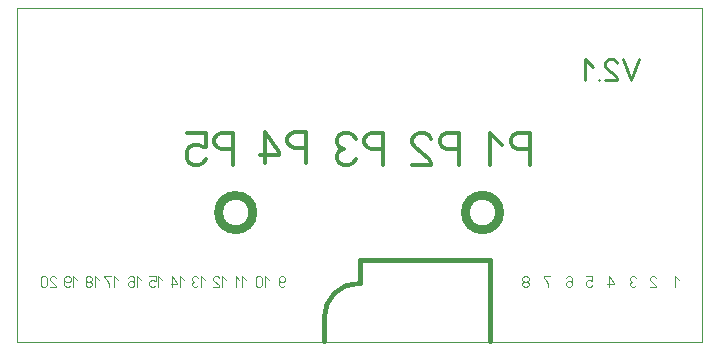
<source format=gbr>
%FSLAX34Y34*%
%MOMM*%
%LNSILK_BOTTOM_*%
G71*
G01*
%ADD10C, 0.00*%
%ADD11C, 0.40*%
%ADD12C, 0.11*%
%ADD13C, 0.80*%
%ADD14C, 0.33*%
%ADD15C, 0.21*%
%ADD16C, 0.22*%
%LPD*%
G54D10*
X-580000Y283000D02*
X0Y283000D01*
X0Y0D01*
X-580000Y0D01*
X-580000Y283000D01*
G54D11*
X-180000Y70000D02*
X-180000Y1000D01*
X-180000Y70000D01*
X-290000Y70000D01*
X-290000Y50000D01*
G54D11*
X-320000Y1000D02*
X-320000Y21000D01*
G54D11*
G75*
G01X-291000Y50000D02*
G03X-320000Y21000I0J-29000D01*
G01*
G54D12*
X-20000Y52556D02*
X-23333Y55889D01*
X-23333Y47000D01*
G54D12*
X-44333Y47000D02*
X-39000Y47000D01*
X-39000Y47556D01*
X-39667Y48667D01*
X-43667Y52000D01*
X-44333Y53111D01*
X-44333Y54222D01*
X-43667Y55333D01*
X-42333Y55889D01*
X-41000Y55889D01*
X-39667Y55333D01*
X-39000Y54222D01*
G54D12*
X-56000Y54222D02*
X-56667Y55333D01*
X-58000Y55889D01*
X-59333Y55889D01*
X-60667Y55333D01*
X-61333Y54222D01*
X-61333Y53111D01*
X-60667Y52000D01*
X-59333Y51444D01*
X-60667Y50889D01*
X-61333Y49778D01*
X-61333Y48667D01*
X-60667Y47556D01*
X-59333Y47000D01*
X-58000Y47000D01*
X-56667Y47556D01*
X-56000Y48667D01*
G54D12*
X-79000Y47000D02*
X-79000Y55889D01*
X-75000Y50333D01*
X-75000Y49222D01*
X-80333Y49222D01*
G54D12*
X-98333Y55889D02*
X-93000Y55889D01*
X-93000Y52000D01*
X-93667Y52000D01*
X-95000Y52556D01*
X-96333Y52556D01*
X-97667Y52000D01*
X-98333Y50889D01*
X-98333Y48667D01*
X-97667Y47556D01*
X-96333Y47000D01*
X-95000Y47000D01*
X-93667Y47556D01*
X-93000Y48667D01*
G54D12*
X-115333Y54222D02*
X-114667Y55333D01*
X-113333Y55889D01*
X-112000Y55889D01*
X-110667Y55333D01*
X-110000Y54222D01*
X-110000Y51444D01*
X-110000Y50889D01*
X-112000Y52000D01*
X-113333Y52000D01*
X-114667Y51444D01*
X-115333Y50333D01*
X-115333Y48667D01*
X-114667Y47556D01*
X-113333Y47000D01*
X-112000Y47000D01*
X-110667Y47556D01*
X-110000Y48667D01*
X-110000Y51444D01*
G54D12*
X-129000Y55889D02*
X-134333Y55889D01*
X-133667Y54778D01*
X-132333Y53111D01*
X-131000Y50889D01*
X-130333Y49222D01*
X-130333Y47000D01*
G54D12*
X-150333Y51444D02*
X-149000Y51444D01*
X-147667Y52000D01*
X-147000Y53111D01*
X-147000Y54222D01*
X-147667Y55333D01*
X-149000Y55889D01*
X-150333Y55889D01*
X-151667Y55333D01*
X-152333Y54222D01*
X-152333Y53111D01*
X-151667Y52000D01*
X-150333Y51444D01*
X-151667Y50889D01*
X-152333Y49778D01*
X-152333Y48667D01*
X-151667Y47556D01*
X-150333Y47000D01*
X-149000Y47000D01*
X-147667Y47556D01*
X-147000Y48667D01*
X-147000Y49778D01*
X-147667Y50889D01*
X-149000Y51444D01*
G54D12*
X-353000Y48667D02*
X-353667Y47556D01*
X-355000Y47000D01*
X-356333Y47000D01*
X-357667Y47556D01*
X-358333Y48667D01*
X-358333Y51444D01*
X-358333Y52000D01*
X-356333Y50889D01*
X-355000Y50889D01*
X-353667Y51444D01*
X-353000Y52556D01*
X-353000Y54222D01*
X-353667Y55333D01*
X-355000Y55889D01*
X-356333Y55889D01*
X-357667Y55333D01*
X-358333Y54222D01*
X-358333Y51444D01*
G54D12*
X-367000Y52556D02*
X-370333Y55889D01*
X-370333Y47000D01*
G54D12*
X-378110Y54222D02*
X-378110Y48667D01*
X-377444Y47556D01*
X-376110Y47000D01*
X-374777Y47000D01*
X-373444Y47556D01*
X-372777Y48667D01*
X-372777Y54222D01*
X-373444Y55333D01*
X-374777Y55889D01*
X-376110Y55889D01*
X-377444Y55333D01*
X-378110Y54222D01*
G54D12*
X-386000Y52556D02*
X-389333Y55889D01*
X-389333Y47000D01*
G54D12*
X-391777Y52556D02*
X-395110Y55889D01*
X-395110Y47000D01*
G54D12*
X-403000Y52556D02*
X-406333Y55889D01*
X-406333Y47000D01*
G54D12*
X-414110Y47000D02*
X-408777Y47000D01*
X-408777Y47556D01*
X-409444Y48667D01*
X-413444Y52000D01*
X-414110Y53111D01*
X-414110Y54222D01*
X-413444Y55333D01*
X-412110Y55889D01*
X-410777Y55889D01*
X-409444Y55333D01*
X-408777Y54222D01*
G54D12*
X-421000Y52556D02*
X-424333Y55889D01*
X-424333Y47000D01*
G54D12*
X-426777Y54222D02*
X-427444Y55333D01*
X-428777Y55889D01*
X-430110Y55889D01*
X-431444Y55333D01*
X-432110Y54222D01*
X-432110Y53111D01*
X-431444Y52000D01*
X-430110Y51444D01*
X-431444Y50889D01*
X-432110Y49778D01*
X-432110Y48667D01*
X-431444Y47556D01*
X-430110Y47000D01*
X-428777Y47000D01*
X-427444Y47556D01*
X-426777Y48667D01*
G54D12*
X-439000Y52556D02*
X-442333Y55889D01*
X-442333Y47000D01*
G54D12*
X-448777Y47000D02*
X-448777Y55889D01*
X-444777Y50333D01*
X-444777Y49222D01*
X-450110Y49222D01*
G54D12*
X-457000Y52556D02*
X-460333Y55889D01*
X-460333Y47000D01*
G54D12*
X-468110Y55889D02*
X-462777Y55889D01*
X-462777Y52000D01*
X-463444Y52000D01*
X-464777Y52556D01*
X-466110Y52556D01*
X-467444Y52000D01*
X-468110Y50889D01*
X-468110Y48667D01*
X-467444Y47556D01*
X-466110Y47000D01*
X-464777Y47000D01*
X-463444Y47556D01*
X-462777Y48667D01*
G54D12*
X-475000Y52556D02*
X-478333Y55889D01*
X-478333Y47000D01*
G54D12*
X-486110Y54222D02*
X-485444Y55333D01*
X-484110Y55889D01*
X-482777Y55889D01*
X-481444Y55333D01*
X-480777Y54222D01*
X-480777Y51444D01*
X-480777Y50889D01*
X-482777Y52000D01*
X-484110Y52000D01*
X-485444Y51444D01*
X-486110Y50333D01*
X-486110Y48667D01*
X-485444Y47556D01*
X-484110Y47000D01*
X-482777Y47000D01*
X-481444Y47556D01*
X-480777Y48667D01*
X-480777Y51444D01*
G54D12*
X-495000Y52556D02*
X-498333Y55889D01*
X-498333Y47000D01*
G54D12*
X-500777Y55889D02*
X-506110Y55889D01*
X-505444Y54778D01*
X-504110Y53111D01*
X-502777Y50889D01*
X-502110Y49222D01*
X-502110Y47000D01*
G54D12*
X-511000Y52556D02*
X-514333Y55889D01*
X-514333Y47000D01*
G54D12*
X-520110Y51444D02*
X-518777Y51444D01*
X-517444Y52000D01*
X-516777Y53111D01*
X-516777Y54222D01*
X-517444Y55333D01*
X-518777Y55889D01*
X-520110Y55889D01*
X-521444Y55333D01*
X-522110Y54222D01*
X-522110Y53111D01*
X-521444Y52000D01*
X-520110Y51444D01*
X-521444Y50889D01*
X-522110Y49778D01*
X-522110Y48667D01*
X-521444Y47556D01*
X-520110Y47000D01*
X-518777Y47000D01*
X-517444Y47556D01*
X-516777Y48667D01*
X-516777Y49778D01*
X-517444Y50889D01*
X-518777Y51444D01*
G54D12*
X-529000Y52556D02*
X-532333Y55889D01*
X-532333Y47000D01*
G54D12*
X-534777Y48667D02*
X-535444Y47556D01*
X-536777Y47000D01*
X-538110Y47000D01*
X-539444Y47556D01*
X-540110Y48667D01*
X-540110Y51444D01*
X-540110Y52000D01*
X-538110Y50889D01*
X-536777Y50889D01*
X-535444Y51444D01*
X-534777Y52556D01*
X-534777Y54222D01*
X-535444Y55333D01*
X-536777Y55889D01*
X-538110Y55889D01*
X-539444Y55333D01*
X-540110Y54222D01*
X-540110Y51444D01*
G54D12*
X-552333Y47000D02*
X-547000Y47000D01*
X-547000Y47556D01*
X-547667Y48667D01*
X-551667Y52000D01*
X-552333Y53111D01*
X-552333Y54222D01*
X-551667Y55333D01*
X-550333Y55889D01*
X-549000Y55889D01*
X-547667Y55333D01*
X-547000Y54222D01*
G54D12*
X-560110Y54222D02*
X-560110Y48667D01*
X-559444Y47556D01*
X-558110Y47000D01*
X-556777Y47000D01*
X-555444Y47556D01*
X-554777Y48667D01*
X-554777Y54222D01*
X-555444Y55333D01*
X-556777Y55889D01*
X-558110Y55889D01*
X-559444Y55333D01*
X-560110Y54222D01*
G54D13*
G75*
G01X-171450Y110000D02*
G03X-171450Y110000I-14550J0D01*
G01*
G54D13*
G75*
G01X-380450Y110000D02*
G03X-380450Y110000I-14550J0D01*
G01*
G54D14*
X-146100Y150600D02*
X-146100Y177300D01*
X-156100Y177300D01*
X-160100Y175600D01*
X-162100Y172300D01*
X-162100Y168900D01*
X-160100Y165600D01*
X-156100Y163900D01*
X-146100Y163900D01*
G54D14*
X-169400Y167300D02*
X-179400Y177300D01*
X-179400Y150600D01*
G54D14*
X-206100Y150600D02*
X-206100Y177300D01*
X-216100Y177300D01*
X-220100Y175600D01*
X-222100Y172300D01*
X-222100Y168900D01*
X-220100Y165600D01*
X-216100Y163900D01*
X-206100Y163900D01*
G54D14*
X-245400Y150600D02*
X-229400Y150600D01*
X-229400Y152300D01*
X-231400Y155600D01*
X-243400Y165600D01*
X-245400Y168900D01*
X-245400Y172300D01*
X-243400Y175600D01*
X-239400Y177300D01*
X-235400Y177300D01*
X-231400Y175600D01*
X-229400Y172300D01*
G54D14*
X-270100Y150600D02*
X-270100Y177300D01*
X-280100Y177300D01*
X-284100Y175600D01*
X-286100Y172300D01*
X-286100Y168900D01*
X-284100Y165600D01*
X-280100Y163900D01*
X-270100Y163900D01*
G54D14*
X-293400Y172300D02*
X-295400Y175600D01*
X-299400Y177300D01*
X-303400Y177300D01*
X-307400Y175600D01*
X-309400Y172300D01*
X-309400Y168900D01*
X-307400Y165600D01*
X-303400Y163900D01*
X-307400Y162300D01*
X-309400Y158900D01*
X-309400Y155600D01*
X-307400Y152300D01*
X-303400Y150600D01*
X-299400Y150600D01*
X-295400Y152300D01*
X-293400Y155600D01*
G54D14*
X-335100Y151600D02*
X-335100Y178300D01*
X-345100Y178300D01*
X-349100Y176600D01*
X-351100Y173300D01*
X-351100Y169900D01*
X-349100Y166600D01*
X-345100Y164900D01*
X-335100Y164900D01*
G54D14*
X-370400Y151600D02*
X-370400Y178300D01*
X-358400Y161600D01*
X-358400Y158300D01*
X-374400Y158300D01*
G54D14*
X-397100Y150600D02*
X-397100Y177300D01*
X-407100Y177300D01*
X-411100Y175600D01*
X-413100Y172300D01*
X-413100Y168900D01*
X-411100Y165600D01*
X-407100Y163900D01*
X-397100Y163900D01*
G54D14*
X-436400Y177300D02*
X-420400Y177300D01*
X-420400Y165600D01*
X-422400Y165600D01*
X-426400Y167300D01*
X-430400Y167300D01*
X-434400Y165600D01*
X-436400Y162300D01*
X-436400Y155600D01*
X-434400Y152300D01*
X-430400Y150600D01*
X-426400Y150600D01*
X-422400Y152300D01*
X-420400Y155600D01*
G54D15*
X-397000Y170000D02*
X-397000Y170000D01*
G54D15*
X-434000Y166000D02*
X-434000Y166000D01*
G54D16*
X-53595Y239778D02*
X-60262Y222000D01*
X-66928Y239778D01*
G54D16*
X-82484Y222000D02*
X-71817Y222000D01*
X-71817Y223111D01*
X-73150Y225333D01*
X-81150Y232000D01*
X-82484Y234222D01*
X-82484Y236444D01*
X-81150Y238667D01*
X-78484Y239778D01*
X-75817Y239778D01*
X-73150Y238667D01*
X-71817Y236444D01*
G54D16*
X-87373Y222000D02*
X-87373Y222000D01*
G54D16*
X-92262Y233111D02*
X-98929Y239778D01*
X-98929Y222000D01*
M02*

</source>
